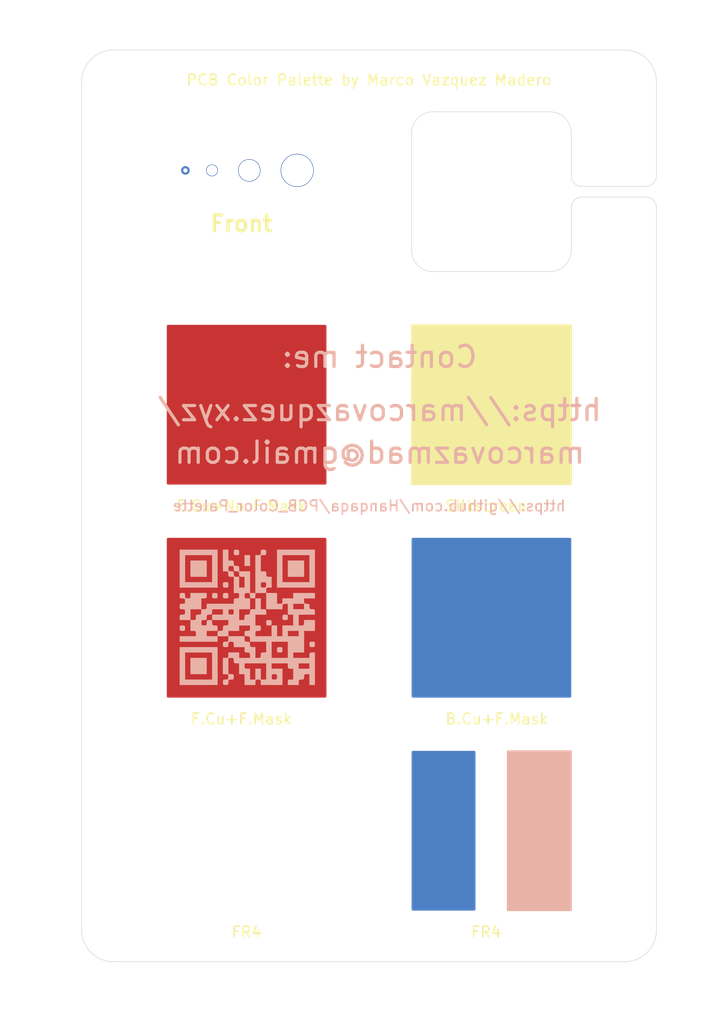
<source format=kicad_pcb>
(kicad_pcb (version 20171130) (host pcbnew "(5.1.9)-1")

  (general
    (thickness 1.6)
    (drawings 91)
    (tracks 4)
    (zones 0)
    (modules 1)
    (nets 1)
  )

  (page A4)
  (layers
    (0 F.Cu signal)
    (31 B.Cu signal)
    (32 B.Adhes user)
    (33 F.Adhes user)
    (34 B.Paste user)
    (35 F.Paste user)
    (36 B.SilkS user)
    (37 F.SilkS user)
    (38 B.Mask user)
    (39 F.Mask user)
    (40 Dwgs.User user)
    (41 Cmts.User user)
    (42 Eco1.User user)
    (43 Eco2.User user)
    (44 Edge.Cuts user)
    (45 Margin user)
    (46 B.CrtYd user)
    (47 F.CrtYd user)
    (48 B.Fab user)
    (49 F.Fab user)
  )

  (setup
    (last_trace_width 0.25)
    (trace_clearance 0.2)
    (zone_clearance 0.508)
    (zone_45_only no)
    (trace_min 0.2)
    (via_size 0.8)
    (via_drill 0.4)
    (via_min_size 0.4)
    (via_min_drill 0.3)
    (user_via 1.1 1)
    (user_via 2.1 2)
    (user_via 3.1 3)
    (uvia_size 0.3)
    (uvia_drill 0.1)
    (uvias_allowed no)
    (uvia_min_size 0.2)
    (uvia_min_drill 0.1)
    (edge_width 0.05)
    (segment_width 0.2)
    (pcb_text_width 0.3)
    (pcb_text_size 1.5 1.5)
    (mod_edge_width 0.12)
    (mod_text_size 1 1)
    (mod_text_width 0.15)
    (pad_size 1.524 1.524)
    (pad_drill 0.762)
    (pad_to_mask_clearance 0.05)
    (aux_axis_origin 0 0)
    (visible_elements 7FFFFFFF)
    (pcbplotparams
      (layerselection 0x010fc_ffffffff)
      (usegerberextensions false)
      (usegerberattributes true)
      (usegerberadvancedattributes true)
      (creategerberjobfile true)
      (excludeedgelayer true)
      (linewidth 0.100000)
      (plotframeref false)
      (viasonmask false)
      (mode 1)
      (useauxorigin false)
      (hpglpennumber 1)
      (hpglpenspeed 20)
      (hpglpendiameter 15.000000)
      (psnegative false)
      (psa4output false)
      (plotreference true)
      (plotvalue true)
      (plotinvisibletext false)
      (padsonsilk false)
      (subtractmaskfromsilk false)
      (outputformat 1)
      (mirror false)
      (drillshape 0)
      (scaleselection 1)
      (outputdirectory "Gerbers/"))
  )

  (net 0 "")

  (net_class Default "This is the default net class."
    (clearance 0.2)
    (trace_width 0.25)
    (via_dia 0.8)
    (via_drill 0.4)
    (uvia_dia 0.3)
    (uvia_drill 0.1)
  )

  (module QRCode:QRCode (layer B.Cu) (tedit 0) (tstamp 60EF1937)
    (at 115.6 109.5 270)
    (fp_text reference G*** (at 0 0 90) (layer B.SilkS) hide
      (effects (font (size 1.524 1.524) (thickness 0.3)) (justify mirror))
    )
    (fp_text value LOGO (at 0.75 0 90) (layer B.SilkS) hide
      (effects (font (size 1.524 1.524) (thickness 0.3)) (justify mirror))
    )
    (fp_poly (pts (xy -2.830285 -6.313715) (xy -6.386285 -6.313715) (xy -6.386285 -3.265715) (xy -5.878285 -3.265715)
      (xy -5.878285 -5.805715) (xy -3.338285 -5.805715) (xy -3.338285 -3.265715) (xy -5.878285 -3.265715)
      (xy -6.386285 -3.265715) (xy -6.386285 -2.757715) (xy -2.830285 -2.757715) (xy -2.830285 -6.313715)) (layer B.SilkS) (width 0.01))
    (fp_poly (pts (xy -2.322285 -1.741715) (xy -2.576285 -1.741715) (xy -2.746524 -1.752949) (xy -2.81634 -1.816331)
      (xy -2.830254 -1.976381) (xy -2.830285 -1.995715) (xy -2.830285 -2.249715) (xy -3.846285 -2.249715)
      (xy -3.846285 -1.995715) (xy -3.85752 -1.825476) (xy -3.920902 -1.75566) (xy -4.080952 -1.741746)
      (xy -4.100285 -1.741715) (xy -4.270524 -1.73048) (xy -4.34034 -1.667098) (xy -4.354254 -1.507048)
      (xy -4.354285 -1.487715) (xy -3.338285 -1.487715) (xy -3.327051 -1.657953) (xy -3.263669 -1.72777)
      (xy -3.103619 -1.741683) (xy -3.084285 -1.741715) (xy -2.914047 -1.73048) (xy -2.84423 -1.667098)
      (xy -2.830317 -1.507048) (xy -2.830285 -1.487715) (xy -2.84152 -1.317476) (xy -2.904902 -1.24766)
      (xy -3.064952 -1.233746) (xy -3.084285 -1.233715) (xy -3.254524 -1.244949) (xy -3.32434 -1.308331)
      (xy -3.338254 -1.468381) (xy -3.338285 -1.487715) (xy -4.354285 -1.487715) (xy -4.354285 -1.233715)
      (xy -5.878285 -1.233715) (xy -5.878285 -1.487715) (xy -5.88952 -1.657953) (xy -5.952902 -1.72777)
      (xy -6.112952 -1.741683) (xy -6.132285 -1.741715) (xy -6.302524 -1.73048) (xy -6.37234 -1.667098)
      (xy -6.386254 -1.507048) (xy -6.386285 -1.487715) (xy -6.375051 -1.317476) (xy -6.311669 -1.24766)
      (xy -6.151619 -1.233746) (xy -6.132285 -1.233715) (xy -5.962047 -1.22248) (xy -5.89223 -1.159098)
      (xy -5.878317 -0.999048) (xy -5.878285 -0.979715) (xy -5.878285 -0.725715) (xy -2.322285 -0.725715)
      (xy -2.322285 -1.741715)) (layer B.SilkS) (width 0.01))
    (fp_poly (pts (xy -1.814285 4.354285) (xy -1.814285 4.100285) (xy -1.82552 3.930047) (xy -1.888902 3.86023)
      (xy -2.048952 3.846317) (xy -2.068285 3.846285) (xy -2.322285 3.846285) (xy -2.322285 5.370285)
      (xy -2.068285 5.370285) (xy -1.898047 5.38152) (xy -1.82823 5.444902) (xy -1.814317 5.604952)
      (xy -1.814285 5.624285) (xy -1.82552 5.794524) (xy -1.888902 5.86434) (xy -2.048952 5.878254)
      (xy -2.068285 5.878285) (xy -2.238524 5.88952) (xy -2.30834 5.952902) (xy -2.322254 6.112952)
      (xy -2.322285 6.132285) (xy -2.311051 6.302524) (xy -2.247669 6.37234) (xy -2.087619 6.386254)
      (xy -2.068285 6.386285) (xy -1.898047 6.375051) (xy -1.82823 6.311669) (xy -1.814317 6.151619)
      (xy -1.814285 6.132285) (xy -1.803051 5.962047) (xy -1.739669 5.89223) (xy -1.579619 5.878317)
      (xy -1.560285 5.878285) (xy -1.390047 5.88952) (xy -1.32023 5.952902) (xy -1.306317 6.112952)
      (xy -1.306285 6.132285) (xy -1.295051 6.302524) (xy -1.231669 6.37234) (xy -1.071619 6.386254)
      (xy -1.052285 6.386285) (xy -0.882047 6.375051) (xy -0.81223 6.311669) (xy -0.798317 6.151619)
      (xy -0.798285 6.132285) (xy -0.787051 5.962047) (xy -0.723669 5.89223) (xy -0.563619 5.878317)
      (xy -0.544285 5.878285) (xy -0.374047 5.88952) (xy -0.30423 5.952902) (xy -0.290317 6.112952)
      (xy -0.290285 6.132285) (xy -0.279051 6.302524) (xy -0.215669 6.37234) (xy -0.055619 6.386254)
      (xy -0.036285 6.386285) (xy 0.217715 6.386285) (xy 0.217715 5.370285) (xy -0.798285 5.370285)
      (xy -0.798285 4.354285) (xy -1.814285 4.354285)) (layer B.SilkS) (width 0.01))
    (fp_poly (pts (xy -2.322285 -0.217715) (xy -4.354285 -0.217715) (xy -4.354285 0.798285) (xy -4.608285 0.798285)
      (xy -4.778524 0.80952) (xy -4.84834 0.872902) (xy -4.862254 1.032952) (xy -4.862285 1.052285)
      (xy -4.87352 1.222524) (xy -4.936902 1.29234) (xy -5.096952 1.306254) (xy -5.116285 1.306285)
      (xy -5.286524 1.31752) (xy -5.35634 1.380902) (xy -5.370254 1.540952) (xy -5.370285 1.560285)
      (xy -4.862285 1.560285) (xy -4.851051 1.390047) (xy -4.787669 1.32023) (xy -4.627619 1.306317)
      (xy -4.608285 1.306285) (xy -4.438047 1.295051) (xy -4.36823 1.231669) (xy -4.354317 1.071619)
      (xy -4.354285 1.052285) (xy -4.343051 0.882047) (xy -4.279669 0.81223) (xy -4.119619 0.798317)
      (xy -4.100285 0.798285) (xy -3.930047 0.787051) (xy -3.86023 0.723669) (xy -3.846317 0.563619)
      (xy -3.846285 0.544285) (xy -3.846285 0.290285) (xy -2.830285 0.290285) (xy -2.830285 0.798285)
      (xy -3.846285 0.798285) (xy -3.846285 1.052285) (xy -3.85752 1.222524) (xy -3.920902 1.29234)
      (xy -4.080952 1.306254) (xy -4.100285 1.306285) (xy -4.270524 1.31752) (xy -4.34034 1.380902)
      (xy -4.354254 1.540952) (xy -4.354285 1.560285) (xy -4.36552 1.730524) (xy -4.428902 1.80034)
      (xy -4.588952 1.814254) (xy -4.608285 1.814285) (xy -4.778524 1.803051) (xy -4.84834 1.739669)
      (xy -4.862254 1.579619) (xy -4.862285 1.560285) (xy -5.370285 1.560285) (xy -5.370285 1.814285)
      (xy -6.386285 1.814285) (xy -6.386285 2.322285) (xy -4.354285 2.322285) (xy -4.354285 2.068285)
      (xy -4.343051 1.898047) (xy -4.279669 1.82823) (xy -4.119619 1.814317) (xy -4.100285 1.814285)
      (xy -3.930047 1.803051) (xy -3.86023 1.739669) (xy -3.846317 1.579619) (xy -3.846285 1.560285)
      (xy -3.846285 1.306285) (xy -2.322285 1.306285) (xy -2.322285 1.052285) (xy -2.311051 0.882047)
      (xy -2.247669 0.81223) (xy -2.087619 0.798317) (xy -2.068285 0.798285) (xy -1.898047 0.80952)
      (xy -1.82823 0.872902) (xy -1.814317 1.032952) (xy -1.814285 1.052285) (xy -1.803051 1.222524)
      (xy -1.739669 1.29234) (xy -1.579619 1.306254) (xy -1.560285 1.306285) (xy -1.306285 1.306285)
      (xy -1.306285 1.560285) (xy -0.798285 1.560285) (xy -0.787051 1.390047) (xy -0.723669 1.32023)
      (xy -0.563619 1.306317) (xy -0.544285 1.306285) (xy -0.374047 1.31752) (xy -0.30423 1.380902)
      (xy -0.290317 1.540952) (xy -0.290285 1.560285) (xy -0.30152 1.730524) (xy -0.364902 1.80034)
      (xy -0.524952 1.814254) (xy -0.544285 1.814285) (xy -0.714524 1.803051) (xy -0.78434 1.739669)
      (xy -0.798254 1.579619) (xy -0.798285 1.560285) (xy -1.306285 1.560285) (xy -1.306285 3.338285)
      (xy -0.798285 3.338285) (xy -0.798285 2.322285) (xy -0.290285 2.322285) (xy -0.290285 3.338285)
      (xy 0.217715 3.338285) (xy 0.217715 1.814285) (xy 0.471715 1.814285) (xy 0.641953 1.82552)
      (xy 0.71177 1.888902) (xy 0.725683 2.048952) (xy 0.725715 2.068285) (xy 0.736949 2.238524)
      (xy 0.800331 2.30834) (xy 0.960381 2.322254) (xy 0.979715 2.322285) (xy 1.149953 2.33352)
      (xy 1.21977 2.396902) (xy 1.233683 2.556952) (xy 1.233715 2.576285) (xy 1.244949 2.746524)
      (xy 1.308331 2.81634) (xy 1.468381 2.830254) (xy 1.487715 2.830285) (xy 1.741715 2.830285)
      (xy 1.741715 3.846285) (xy 1.233715 3.846285) (xy 1.233715 2.830285) (xy 0.979715 2.830285)
      (xy 0.809476 2.84152) (xy 0.73966 2.904902) (xy 0.725746 3.064952) (xy 0.725715 3.084285)
      (xy 0.71448 3.254524) (xy 0.651098 3.32434) (xy 0.491048 3.338254) (xy 0.471715 3.338285)
      (xy 0.301476 3.34952) (xy 0.23166 3.412902) (xy 0.217746 3.572952) (xy 0.217715 3.592285)
      (xy 0.228949 3.762524) (xy 0.292331 3.83234) (xy 0.452381 3.846254) (xy 0.471715 3.846285)
      (xy 0.641953 3.85752) (xy 0.71177 3.920902) (xy 0.725683 4.080952) (xy 0.725715 4.100285)
      (xy 0.71448 4.270524) (xy 0.651098 4.34034) (xy 0.491048 4.354254) (xy 0.471715 4.354285)
      (xy 0.301476 4.343051) (xy 0.23166 4.279669) (xy 0.217746 4.119619) (xy 0.217715 4.100285)
      (xy 0.20648 3.930047) (xy 0.143098 3.86023) (xy -0.016952 3.846317) (xy -0.036285 3.846285)
      (xy -0.206524 3.835051) (xy -0.27634 3.771669) (xy -0.290254 3.611619) (xy -0.290285 3.592285)
      (xy -0.30152 3.422047) (xy -0.364902 3.35223) (xy -0.524952 3.338317) (xy -0.544285 3.338285)
      (xy -0.798285 3.338285) (xy -1.306285 3.338285) (xy -1.306285 3.846285) (xy -1.052285 3.846285)
      (xy -0.882047 3.85752) (xy -0.81223 3.920902) (xy -0.798317 4.080952) (xy -0.798285 4.100285)
      (xy -0.798285 4.354285) (xy -0.544285 4.354285) (xy -0.374047 4.36552) (xy -0.30423 4.428902)
      (xy -0.290317 4.588952) (xy -0.290285 4.608285) (xy -0.279051 4.778524) (xy -0.215669 4.84834)
      (xy -0.055619 4.862254) (xy -0.036285 4.862285) (xy 0.133953 4.87352) (xy 0.20377 4.936902)
      (xy 0.217683 5.096952) (xy 0.217715 5.116285) (xy 0.217715 5.370285) (xy 1.233715 5.370285)
      (xy 1.233715 5.116285) (xy 1.244949 4.946047) (xy 1.308331 4.87623) (xy 1.468381 4.862317)
      (xy 1.487715 4.862285) (xy 1.741715 4.862285) (xy 1.741715 6.386285) (xy 2.249715 6.386285)
      (xy 2.249715 2.830285) (xy 1.741715 2.830285) (xy 1.741715 1.814285) (xy 1.995715 1.814285)
      (xy 2.165953 1.82552) (xy 2.23577 1.888902) (xy 2.249683 2.048952) (xy 2.249715 2.068285)
      (xy 2.260949 2.238524) (xy 2.324331 2.30834) (xy 2.484381 2.322254) (xy 2.503715 2.322285)
      (xy 2.673953 2.311051) (xy 2.74377 2.247669) (xy 2.757683 2.087619) (xy 2.757715 2.068285)
      (xy 2.74648 1.898047) (xy 2.683098 1.82823) (xy 2.523048 1.814317) (xy 2.503715 1.814285)
      (xy 2.333476 1.803051) (xy 2.26366 1.739669) (xy 2.249746 1.579619) (xy 2.249715 1.560285)
      (xy 2.260949 1.390047) (xy 2.324331 1.32023) (xy 2.484381 1.306317) (xy 2.503715 1.306285)
      (xy 2.757715 1.306285) (xy 2.757715 0.290285) (xy 3.011715 0.290285) (xy 3.181953 0.279051)
      (xy 3.25177 0.215669) (xy 3.265683 0.055619) (xy 3.265715 0.036285) (xy 3.276949 -0.133953)
      (xy 3.340331 -0.20377) (xy 3.500381 -0.217683) (xy 3.519715 -0.217715) (xy 3.773715 -0.217715)
      (xy 3.773715 0.290285) (xy 4.281715 0.290285) (xy 4.281715 -1.741715) (xy 5.805715 -1.741715)
      (xy 5.805715 -1.233715) (xy 4.789715 -1.233715) (xy 4.789715 -0.725715) (xy 5.805715 -0.725715)
      (xy 5.805715 -0.217715) (xy 4.789715 -0.217715) (xy 4.789715 0.036285) (xy 4.77848 0.206524)
      (xy 4.715098 0.27634) (xy 4.555048 0.290254) (xy 4.535715 0.290285) (xy 4.281715 0.290285)
      (xy 3.773715 0.290285) (xy 3.773715 0.798285) (xy 3.265715 0.798285) (xy 3.265715 1.814285)
      (xy 3.519715 1.814285) (xy 3.689953 1.82552) (xy 3.75977 1.888902) (xy 3.773683 2.048952)
      (xy 3.773715 2.068285) (xy 3.773715 2.322285) (xy 5.297715 2.322285) (xy 5.297715 2.068285)
      (xy 5.308949 1.898047) (xy 5.372331 1.82823) (xy 5.532381 1.814317) (xy 5.551715 1.814285)
      (xy 5.721953 1.82552) (xy 5.79177 1.888902) (xy 5.805683 2.048952) (xy 5.805715 2.068285)
      (xy 5.816949 2.238524) (xy 5.880331 2.30834) (xy 6.040381 2.322254) (xy 6.059715 2.322285)
      (xy 6.229953 2.311051) (xy 6.29977 2.247669) (xy 6.313683 2.087619) (xy 6.313715 2.068285)
      (xy 6.30248 1.898047) (xy 6.239098 1.82823) (xy 6.079048 1.814317) (xy 6.059715 1.814285)
      (xy 5.889476 1.803051) (xy 5.81966 1.739669) (xy 5.805746 1.579619) (xy 5.805715 1.560285)
      (xy 5.79448 1.390047) (xy 5.731098 1.32023) (xy 5.571048 1.306317) (xy 5.551715 1.306285)
      (xy 5.381476 1.31752) (xy 5.31166 1.380902) (xy 5.297746 1.540952) (xy 5.297715 1.560285)
      (xy 5.297715 1.814285) (xy 3.773715 1.814285) (xy 3.773715 1.560285) (xy 3.784949 1.390047)
      (xy 3.848331 1.32023) (xy 4.008381 1.306317) (xy 4.027715 1.306285) (xy 4.197953 1.295051)
      (xy 4.26777 1.231669) (xy 4.281683 1.071619) (xy 4.281715 1.052285) (xy 4.281715 0.798285)
      (xy 5.297715 0.798285) (xy 5.297715 0.290285) (xy 6.313715 0.290285) (xy 6.313715 -0.725715)
      (xy 6.059715 -0.725715) (xy 5.889476 -0.736949) (xy 5.81966 -0.800331) (xy 5.805746 -0.960381)
      (xy 5.805715 -0.979715) (xy 5.816949 -1.149953) (xy 5.880331 -1.21977) (xy 6.040381 -1.233683)
      (xy 6.059715 -1.233715) (xy 6.313715 -1.233715) (xy 6.313715 -3.265715) (xy 4.789715 -3.265715)
      (xy 4.789715 -2.503715) (xy 5.297715 -2.503715) (xy 5.308949 -2.673953) (xy 5.372331 -2.74377)
      (xy 5.532381 -2.757683) (xy 5.551715 -2.757715) (xy 5.721953 -2.74648) (xy 5.79177 -2.683098)
      (xy 5.805683 -2.523048) (xy 5.805715 -2.503715) (xy 5.79448 -2.333476) (xy 5.731098 -2.26366)
      (xy 5.571048 -2.249746) (xy 5.551715 -2.249715) (xy 5.381476 -2.260949) (xy 5.31166 -2.324331)
      (xy 5.297746 -2.484381) (xy 5.297715 -2.503715) (xy 4.789715 -2.503715) (xy 4.789715 -2.249715)
      (xy 4.281715 -2.249715) (xy 4.281715 -3.773715) (xy 4.535715 -3.773715) (xy 4.705953 -3.784949)
      (xy 4.77577 -3.848331) (xy 4.789683 -4.008381) (xy 4.789715 -4.027715) (xy 4.789715 -4.281715)
      (xy 5.805715 -4.281715) (xy 5.805715 -4.027715) (xy 5.816949 -3.857476) (xy 5.880331 -3.78766)
      (xy 6.040381 -3.773746) (xy 6.059715 -3.773715) (xy 6.313715 -3.773715) (xy 6.313715 -4.789715)
      (xy 6.059715 -4.789715) (xy 5.889476 -4.800949) (xy 5.81966 -4.864331) (xy 5.805746 -5.024381)
      (xy 5.805715 -5.043715) (xy 5.79448 -5.213953) (xy 5.731098 -5.28377) (xy 5.571048 -5.297683)
      (xy 5.551715 -5.297715) (xy 5.381476 -5.308949) (xy 5.31166 -5.372331) (xy 5.297746 -5.532381)
      (xy 5.297715 -5.551715) (xy 5.297715 -5.805715) (xy 6.313715 -5.805715) (xy 6.313715 -6.313715)
      (xy 3.265715 -6.313715) (xy 3.265715 -6.059715) (xy 3.276949 -5.889476) (xy 3.340331 -5.81966)
      (xy 3.500381 -5.805746) (xy 3.519715 -5.805715) (xy 3.773715 -5.805715) (xy 3.773715 -4.789715)
      (xy 4.281715 -4.789715) (xy 4.281715 -5.805715) (xy 4.789715 -5.805715) (xy 4.789715 -4.789715)
      (xy 4.281715 -4.789715) (xy 3.773715 -4.789715) (xy 3.773715 -4.281715) (xy 3.265715 -4.281715)
      (xy 3.265715 -5.297715) (xy 1.233715 -5.297715) (xy 1.233715 -6.313715) (xy 0.217715 -6.313715)
      (xy 0.217715 -5.297715) (xy 0.471715 -5.297715) (xy 0.641953 -5.28648) (xy 0.71177 -5.223098)
      (xy 0.725683 -5.063048) (xy 0.725715 -5.043715) (xy 0.725715 -4.789715) (xy -0.290285 -4.789715)
      (xy -0.290285 -6.313715) (xy -0.544285 -6.313715) (xy -0.714524 -6.30248) (xy -0.78434 -6.239098)
      (xy -0.798254 -6.079048) (xy -0.798285 -6.059715) (xy -0.80952 -5.889476) (xy -0.872902 -5.81966)
      (xy -1.032952 -5.805746) (xy -1.052285 -5.805715) (xy -1.222524 -5.79448) (xy -1.29234 -5.731098)
      (xy -1.306254 -5.571048) (xy -1.306285 -5.551715) (xy -1.31752 -5.381476) (xy -1.380902 -5.31166)
      (xy -1.540952 -5.297746) (xy -1.560285 -5.297715) (xy -1.814285 -5.297715) (xy -1.814285 -6.313715)
      (xy -2.322285 -6.313715) (xy -2.322285 -4.281715) (xy -1.814285 -4.281715) (xy -1.306285 -4.281715)
      (xy -1.306285 -5.297715) (xy -0.798285 -5.297715) (xy -0.798285 -4.281715) (xy -1.306285 -4.281715)
      (xy -1.814285 -4.281715) (xy -1.814285 -3.265715) (xy -1.560285 -3.265715) (xy -1.390047 -3.25448)
      (xy -1.32023 -3.191098) (xy -1.306317 -3.031048) (xy -1.306285 -3.011715) (xy -1.306285 -2.757715)
      (xy -2.322285 -2.757715) (xy -2.322285 -1.741715) (xy -0.798285 -1.741715) (xy -0.798285 -3.265715)
      (xy -1.052285 -3.265715) (xy -1.222524 -3.276949) (xy -1.29234 -3.340331) (xy -1.306254 -3.500381)
      (xy -1.306285 -3.519715) (xy -1.306285 -3.773715) (xy -0.290285 -3.773715) (xy -0.290285 -4.281715)
      (xy 0.725715 -4.281715) (xy 0.725715 -3.773715) (xy 1.233715 -3.773715) (xy 1.233715 -4.789715)
      (xy 1.741715 -4.789715) (xy 1.741715 -3.773715) (xy 1.233715 -3.773715) (xy 0.725715 -3.773715)
      (xy 0.725715 -3.265715) (xy 1.741715 -3.265715) (xy 1.741715 -2.757715) (xy 0.725715 -2.757715)
      (xy 0.725715 -2.249715) (xy 1.741715 -2.249715) (xy 2.249715 -2.249715) (xy 2.249715 -3.773715)
      (xy 3.773715 -3.773715) (xy 3.773715 -2.249715) (xy 2.249715 -2.249715) (xy 1.741715 -2.249715)
      (xy 1.741715 -0.725715) (xy 1.487715 -0.725715) (xy 1.317476 -0.736949) (xy 1.24766 -0.800331)
      (xy 1.233746 -0.960381) (xy 1.233715 -0.979715) (xy 1.22248 -1.149953) (xy 1.159098 -1.21977)
      (xy 0.999048 -1.233683) (xy 0.979715 -1.233715) (xy 0.809476 -1.22248) (xy 0.73966 -1.159098)
      (xy 0.725746 -0.999048) (xy 0.725715 -0.979715) (xy 0.725715 -0.725715) (xy -0.290285 -0.725715)
      (xy -0.290285 -1.741715) (xy -0.544285 -1.741715) (xy -0.714524 -1.73048) (xy -0.78434 -1.667098)
      (xy -0.798254 -1.507048) (xy -0.798285 -1.487715) (xy -0.798285 -1.233715) (xy -1.814285 -1.233715)
      (xy -1.814285 -0.725715) (xy -0.798285 -0.725715) (xy -0.798285 -0.471715) (xy -0.787051 -0.301476)
      (xy -0.723669 -0.23166) (xy -0.563619 -0.217746) (xy -0.544285 -0.217715) (xy -0.374047 -0.20648)
      (xy -0.30423 -0.143098) (xy -0.290317 0.016952) (xy -0.290285 0.036285) (xy -0.279051 0.206524)
      (xy -0.215669 0.27634) (xy -0.055619 0.290254) (xy -0.036285 0.290285) (xy 0.133953 0.30152)
      (xy 0.20377 0.364902) (xy 0.217683 0.524952) (xy 0.217715 0.544285) (xy 0.217715 0.798285)
      (xy 0.725715 0.798285) (xy 0.725715 -0.217715) (xy 0.979715 -0.217715) (xy 1.149953 -0.20648)
      (xy 1.21977 -0.143098) (xy 1.233683 0.016952) (xy 1.233715 0.036285) (xy 1.244949 0.206524)
      (xy 1.308331 0.27634) (xy 1.468381 0.290254) (xy 1.487715 0.290285) (xy 1.657953 0.279051)
      (xy 1.72777 0.215669) (xy 1.741683 0.055619) (xy 1.741715 0.036285) (xy 1.752949 -0.133953)
      (xy 1.816331 -0.20377) (xy 1.976381 -0.217683) (xy 1.995715 -0.217715) (xy 2.249715 -0.217715)
      (xy 2.249715 -1.741715) (xy 3.265715 -1.741715) (xy 3.265715 -1.487715) (xy 3.276949 -1.317476)
      (xy 3.340331 -1.24766) (xy 3.500381 -1.233746) (xy 3.519715 -1.233715) (xy 3.689953 -1.22248)
      (xy 3.75977 -1.159098) (xy 3.773683 -0.999048) (xy 3.773715 -0.979715) (xy 3.773715 -0.725715)
      (xy 2.757715 -0.725715) (xy 2.757715 -0.471715) (xy 2.74648 -0.301476) (xy 2.683098 -0.23166)
      (xy 2.523048 -0.217746) (xy 2.503715 -0.217715) (xy 2.333476 -0.20648) (xy 2.26366 -0.143098)
      (xy 2.249746 0.016952) (xy 2.249715 0.036285) (xy 2.23848 0.206524) (xy 2.175098 0.27634)
      (xy 2.015048 0.290254) (xy 1.995715 0.290285) (xy 1.741715 0.290285) (xy 1.741715 1.814285)
      (xy 1.233715 1.814285) (xy 1.233715 0.798285) (xy 0.725715 0.798285) (xy 0.217715 0.798285)
      (xy -0.798285 0.798285) (xy -0.798285 -0.217715) (xy -1.814285 -0.217715) (xy -1.814285 0.036285)
      (xy -1.82552 0.206524) (xy -1.888902 0.27634) (xy -2.048952 0.290254) (xy -2.068285 0.290285)
      (xy -2.238524 0.279051) (xy -2.30834 0.215669) (xy -2.322254 0.055619) (xy -2.322285 0.036285)
      (xy -2.311051 -0.133953) (xy -2.247669 -0.20377) (xy -2.087619 -0.217683) (xy -2.068285 -0.217715)
      (xy -1.898047 -0.228949) (xy -1.82823 -0.292331) (xy -1.814317 -0.452381) (xy -1.814285 -0.471715)
      (xy -1.82552 -0.641953) (xy -1.888902 -0.71177) (xy -2.048952 -0.725683) (xy -2.068285 -0.725715)
      (xy -2.322285 -0.725715) (xy -2.322285 -0.217715)) (layer B.SilkS) (width 0.01))
    (fp_poly (pts (xy 2.673953 -5.816949) (xy 2.74377 -5.880331) (xy 2.757683 -6.040381) (xy 2.757715 -6.059715)
      (xy 2.74648 -6.229953) (xy 2.683098 -6.29977) (xy 2.523048 -6.313683) (xy 2.503715 -6.313715)
      (xy 2.333476 -6.30248) (xy 2.26366 -6.239098) (xy 2.249746 -6.079048) (xy 2.249715 -6.059715)
      (xy 2.260949 -5.889476) (xy 2.324331 -5.81966) (xy 2.484381 -5.805746) (xy 2.503715 -5.805715)
      (xy 2.673953 -5.816949)) (layer B.SilkS) (width 0.01))
    (fp_poly (pts (xy -4.862285 -0.217715) (xy -5.878285 -0.217715) (xy -5.878285 0.290285) (xy -4.862285 0.290285)
      (xy -4.862285 -0.217715)) (layer B.SilkS) (width 0.01))
    (fp_poly (pts (xy -5.962047 1.295051) (xy -5.89223 1.231669) (xy -5.878317 1.071619) (xy -5.878285 1.052285)
      (xy -5.88952 0.882047) (xy -5.952902 0.81223) (xy -6.112952 0.798317) (xy -6.132285 0.798285)
      (xy -6.302524 0.80952) (xy -6.37234 0.872902) (xy -6.386254 1.032952) (xy -6.386285 1.052285)
      (xy -6.375051 1.222524) (xy -6.311669 1.29234) (xy -6.151619 1.306254) (xy -6.132285 1.306285)
      (xy -5.962047 1.295051)) (layer B.SilkS) (width 0.01))
    (fp_poly (pts (xy -2.914047 2.311051) (xy -2.84423 2.247669) (xy -2.830317 2.087619) (xy -2.830285 2.068285)
      (xy -2.84152 1.898047) (xy -2.904902 1.82823) (xy -3.064952 1.814317) (xy -3.084285 1.814285)
      (xy -3.254524 1.82552) (xy -3.32434 1.888902) (xy -3.338254 2.048952) (xy -3.338285 2.068285)
      (xy -3.327051 2.238524) (xy -3.263669 2.30834) (xy -3.103619 2.322254) (xy -3.084285 2.322285)
      (xy -2.914047 2.311051)) (layer B.SilkS) (width 0.01))
    (fp_poly (pts (xy -1.898047 2.311051) (xy -1.82823 2.247669) (xy -1.814317 2.087619) (xy -1.814285 2.068285)
      (xy -1.82552 1.898047) (xy -1.888902 1.82823) (xy -2.048952 1.814317) (xy -2.068285 1.814285)
      (xy -2.238524 1.82552) (xy -2.30834 1.888902) (xy -2.322254 2.048952) (xy -2.322285 2.068285)
      (xy -2.311051 2.238524) (xy -2.247669 2.30834) (xy -2.087619 2.322254) (xy -2.068285 2.322285)
      (xy -1.898047 2.311051)) (layer B.SilkS) (width 0.01))
    (fp_poly (pts (xy -2.830285 2.830285) (xy -6.386285 2.830285) (xy -6.386285 5.878285) (xy -5.878285 5.878285)
      (xy -5.878285 3.338285) (xy -3.338285 3.338285) (xy -3.338285 5.878285) (xy -5.878285 5.878285)
      (xy -6.386285 5.878285) (xy -6.386285 6.386285) (xy -2.830285 6.386285) (xy -2.830285 2.830285)) (layer B.SilkS) (width 0.01))
    (fp_poly (pts (xy -1.898047 3.327051) (xy -1.82823 3.263669) (xy -1.814317 3.103619) (xy -1.814285 3.084285)
      (xy -1.82552 2.914047) (xy -1.888902 2.84423) (xy -2.048952 2.830317) (xy -2.068285 2.830285)
      (xy -2.238524 2.84152) (xy -2.30834 2.904902) (xy -2.322254 3.064952) (xy -2.322285 3.084285)
      (xy -2.311051 3.254524) (xy -2.247669 3.32434) (xy -2.087619 3.338254) (xy -2.068285 3.338285)
      (xy -1.898047 3.327051)) (layer B.SilkS) (width 0.01))
    (fp_poly (pts (xy 6.313715 2.830285) (xy 2.757715 2.830285) (xy 2.757715 5.878285) (xy 3.265715 5.878285)
      (xy 3.265715 3.338285) (xy 5.805715 3.338285) (xy 5.805715 5.878285) (xy 3.265715 5.878285)
      (xy 2.757715 5.878285) (xy 2.757715 6.386285) (xy 6.313715 6.386285) (xy 6.313715 2.830285)) (layer B.SilkS) (width 0.01))
    (fp_poly (pts (xy 1.149953 6.375051) (xy 1.21977 6.311669) (xy 1.233683 6.151619) (xy 1.233715 6.132285)
      (xy 1.22248 5.962047) (xy 1.159098 5.89223) (xy 0.999048 5.878317) (xy 0.979715 5.878285)
      (xy 0.809476 5.88952) (xy 0.73966 5.952902) (xy 0.725746 6.112952) (xy 0.725715 6.132285)
      (xy 0.736949 6.302524) (xy 0.800331 6.37234) (xy 0.960381 6.386254) (xy 0.979715 6.386285)
      (xy 1.149953 6.375051)) (layer B.SilkS) (width 0.01))
    (fp_poly (pts (xy -3.846285 -5.297715) (xy -5.370285 -5.297715) (xy -5.370285 -3.773715) (xy -3.846285 -3.773715)
      (xy -3.846285 -5.297715)) (layer B.SilkS) (width 0.01))
    (fp_poly (pts (xy 0.133953 -3.276949) (xy 0.20377 -3.340331) (xy 0.217683 -3.500381) (xy 0.217715 -3.519715)
      (xy 0.20648 -3.689953) (xy 0.143098 -3.75977) (xy -0.016952 -3.773683) (xy -0.036285 -3.773715)
      (xy -0.206524 -3.76248) (xy -0.27634 -3.699098) (xy -0.290254 -3.539048) (xy -0.290285 -3.519715)
      (xy -0.279051 -3.349476) (xy -0.215669 -3.27966) (xy -0.055619 -3.265746) (xy -0.036285 -3.265715)
      (xy 0.133953 -3.276949)) (layer B.SilkS) (width 0.01))
    (fp_poly (pts (xy 0.641953 -1.752949) (xy 0.71177 -1.816331) (xy 0.725683 -1.976381) (xy 0.725715 -1.995715)
      (xy 0.71448 -2.165953) (xy 0.651098 -2.23577) (xy 0.491048 -2.249683) (xy 0.471715 -2.249715)
      (xy 0.301476 -2.23848) (xy 0.23166 -2.175098) (xy 0.217746 -2.015048) (xy 0.217715 -1.995715)
      (xy 0.228949 -1.825476) (xy 0.292331 -1.75566) (xy 0.452381 -1.741746) (xy 0.471715 -1.741715)
      (xy 0.641953 -1.752949)) (layer B.SilkS) (width 0.01))
    (fp_poly (pts (xy 3.181953 -2.768949) (xy 3.25177 -2.832331) (xy 3.265683 -2.992381) (xy 3.265715 -3.011715)
      (xy 3.25448 -3.181953) (xy 3.191098 -3.25177) (xy 3.031048 -3.265683) (xy 3.011715 -3.265715)
      (xy 2.841476 -3.25448) (xy 2.77166 -3.191098) (xy 2.757746 -3.031048) (xy 2.757715 -3.011715)
      (xy 2.768949 -2.841476) (xy 2.832331 -2.77166) (xy 2.992381 -2.757746) (xy 3.011715 -2.757715)
      (xy 3.181953 -2.768949)) (layer B.SilkS) (width 0.01))
    (fp_poly (pts (xy -3.846285 3.846285) (xy -5.370285 3.846285) (xy -5.370285 5.370285) (xy -3.846285 5.370285)
      (xy -3.846285 3.846285)) (layer B.SilkS) (width 0.01))
    (fp_poly (pts (xy 5.297715 3.846285) (xy 3.773715 3.846285) (xy 3.773715 5.370285) (xy 5.297715 5.370285)
      (xy 5.297715 3.846285)) (layer B.SilkS) (width 0.01))
  )

  (gr_text Front (at 115 72.5) (layer F.SilkS)
    (effects (font (size 1.5 1.5) (thickness 0.3)))
  )
  (gr_poly (pts (xy 146 137) (xy 140 137) (xy 140 122) (xy 146 122)) (layer B.SilkS) (width 0.1))
  (gr_poly (pts (xy 146 137) (xy 140 137) (xy 140 122) (xy 146 122)) (layer F.Mask) (width 0.1))
  (gr_poly (pts (xy 137 137) (xy 131 137) (xy 131 122) (xy 137 122)) (layer F.Mask) (width 0.1))
  (dimension 6 (width 0.15) (layer Dwgs.User)
    (gr_text "6.000 mm" (at 143 145.3) (layer Dwgs.User)
      (effects (font (size 1 1) (thickness 0.15)))
    )
    (feature1 (pts (xy 146 137) (xy 146 144.586421)))
    (feature2 (pts (xy 140 137) (xy 140 144.586421)))
    (crossbar (pts (xy 140 144) (xy 146 144)))
    (arrow1a (pts (xy 146 144) (xy 144.873496 144.586421)))
    (arrow1b (pts (xy 146 144) (xy 144.873496 143.413579)))
    (arrow2a (pts (xy 140 144) (xy 141.126504 144.586421)))
    (arrow2b (pts (xy 140 144) (xy 141.126504 143.413579)))
  )
  (dimension 3 (width 0.15) (layer Dwgs.User)
    (gr_text "3.000 mm" (at 138.5 145.3) (layer Dwgs.User)
      (effects (font (size 1 1) (thickness 0.15)))
    )
    (feature1 (pts (xy 140 137) (xy 140 144.586421)))
    (feature2 (pts (xy 137 137) (xy 137 144.586421)))
    (crossbar (pts (xy 137 144) (xy 140 144)))
    (arrow1a (pts (xy 140 144) (xy 138.873496 144.586421)))
    (arrow1b (pts (xy 140 144) (xy 138.873496 143.413579)))
    (arrow2a (pts (xy 137 144) (xy 138.126504 144.586421)))
    (arrow2b (pts (xy 137 144) (xy 138.126504 143.413579)))
  )
  (dimension 6 (width 0.15) (layer Dwgs.User)
    (gr_text "6.000 mm" (at 134 145.3) (layer Dwgs.User)
      (effects (font (size 1 1) (thickness 0.15)))
    )
    (feature1 (pts (xy 137 137) (xy 137 144.586421)))
    (feature2 (pts (xy 131 137) (xy 131 144.586421)))
    (crossbar (pts (xy 131 144) (xy 137 144)))
    (arrow1a (pts (xy 137 144) (xy 135.873496 144.586421)))
    (arrow1b (pts (xy 137 144) (xy 135.873496 143.413579)))
    (arrow2a (pts (xy 131 144) (xy 132.126504 144.586421)))
    (arrow2b (pts (xy 131 144) (xy 132.126504 143.413579)))
  )
  (gr_poly (pts (xy 123 137) (xy 117 137) (xy 117 122) (xy 123 122)) (layer F.Mask) (width 0.1))
  (gr_poly (pts (xy 114 137) (xy 108 137) (xy 108 122) (xy 114 122)) (layer B.Mask) (width 0.1))
  (gr_poly (pts (xy 114 137) (xy 108 137) (xy 108 122) (xy 114 122)) (layer F.Mask) (width 0.1))
  (dimension 6 (width 0.15) (layer Dwgs.User)
    (gr_text "6.000 mm" (at 120 145.3) (layer Dwgs.User)
      (effects (font (size 1 1) (thickness 0.15)))
    )
    (feature1 (pts (xy 123 137) (xy 123 144.586421)))
    (feature2 (pts (xy 117 137) (xy 117 144.586421)))
    (crossbar (pts (xy 117 144) (xy 123 144)))
    (arrow1a (pts (xy 123 144) (xy 121.873496 144.586421)))
    (arrow1b (pts (xy 123 144) (xy 121.873496 143.413579)))
    (arrow2a (pts (xy 117 144) (xy 118.126504 144.586421)))
    (arrow2b (pts (xy 117 144) (xy 118.126504 143.413579)))
  )
  (dimension 3 (width 0.15) (layer Dwgs.User)
    (gr_text "3.000 mm" (at 115.5 145.3) (layer Dwgs.User)
      (effects (font (size 1 1) (thickness 0.15)))
    )
    (feature1 (pts (xy 117 137) (xy 117 144.586421)))
    (feature2 (pts (xy 114 137) (xy 114 144.586421)))
    (crossbar (pts (xy 114 144) (xy 117 144)))
    (arrow1a (pts (xy 117 144) (xy 115.873496 144.586421)))
    (arrow1b (pts (xy 117 144) (xy 115.873496 143.413579)))
    (arrow2a (pts (xy 114 144) (xy 115.126504 144.586421)))
    (arrow2b (pts (xy 114 144) (xy 115.126504 143.413579)))
  )
  (dimension 6 (width 0.15) (layer Dwgs.User)
    (gr_text "6.000 mm" (at 111 145.3) (layer Dwgs.User)
      (effects (font (size 1 1) (thickness 0.15)))
    )
    (feature1 (pts (xy 114 137) (xy 114 144.586421)))
    (feature2 (pts (xy 108 137) (xy 108 144.586421)))
    (crossbar (pts (xy 108 144) (xy 114 144)))
    (arrow1a (pts (xy 114 144) (xy 112.873496 144.586421)))
    (arrow1b (pts (xy 114 144) (xy 112.873496 143.413579)))
    (arrow2a (pts (xy 108 144) (xy 109.126504 144.586421)))
    (arrow2b (pts (xy 108 144) (xy 109.126504 143.413579)))
  )
  (dimension 38 (width 0.15) (layer Dwgs.User)
    (gr_text "38.000 mm" (at 127 148.3) (layer Dwgs.User)
      (effects (font (size 1 1) (thickness 0.15)))
    )
    (feature1 (pts (xy 146 137) (xy 146 147.586421)))
    (feature2 (pts (xy 108 137) (xy 108 147.586421)))
    (crossbar (pts (xy 108 147) (xy 146 147)))
    (arrow1a (pts (xy 146 147) (xy 144.873496 147.586421)))
    (arrow1b (pts (xy 146 147) (xy 144.873496 146.413579)))
    (arrow2a (pts (xy 108 147) (xy 109.126504 147.586421)))
    (arrow2b (pts (xy 108 147) (xy 109.126504 146.413579)))
  )
  (gr_text "FR4\n" (at 115.5 139) (layer F.SilkS)
    (effects (font (size 1 1) (thickness 0.15)))
  )
  (gr_line (start 100 59.2) (end 100 138.8) (layer Edge.Cuts) (width 0.05) (tstamp 610F1280))
  (gr_line (start 154 71) (end 154 138.8) (layer Edge.Cuts) (width 0.05) (tstamp 610F1273))
  (gr_line (start 154 68) (end 154 59.2) (layer Edge.Cuts) (width 0.05) (tstamp 610F126C))
  (gr_arc (start 153 68) (end 153 69) (angle -90) (layer Edge.Cuts) (width 0.05))
  (gr_line (start 147 69) (end 153 69) (layer Edge.Cuts) (width 0.05))
  (gr_line (start 147 70) (end 153 70) (layer Edge.Cuts) (width 0.05) (tstamp 610F1256))
  (gr_line (start 146 71) (end 146 75) (layer Edge.Cuts) (width 0.05) (tstamp 610F1251))
  (gr_line (start 146 64) (end 146 68) (layer Edge.Cuts) (width 0.05) (tstamp 610F124B))
  (gr_arc (start 147 71) (end 147 70) (angle -90) (layer Edge.Cuts) (width 0.05))
  (gr_arc (start 147 68) (end 146 68) (angle -90) (layer Edge.Cuts) (width 0.05))
  (gr_arc (start 153 71) (end 154 71) (angle -90) (layer Edge.Cuts) (width 0.05))
  (gr_line (start 131 64) (end 131 75) (layer Edge.Cuts) (width 0.05) (tstamp 610F11A7))
  (dimension 15 (width 0.15) (layer Dwgs.User)
    (gr_text "15.000 mm" (at 138.5 60.2) (layer Dwgs.User)
      (effects (font (size 1 1) (thickness 0.15)))
    )
    (feature1 (pts (xy 146 62) (xy 146 60.913579)))
    (feature2 (pts (xy 131 62) (xy 131 60.913579)))
    (crossbar (pts (xy 131 61.5) (xy 146 61.5)))
    (arrow1a (pts (xy 146 61.5) (xy 144.873496 62.086421)))
    (arrow1b (pts (xy 146 61.5) (xy 144.873496 60.913579)))
    (arrow2a (pts (xy 131 61.5) (xy 132.126504 62.086421)))
    (arrow2b (pts (xy 131 61.5) (xy 132.126504 60.913579)))
  )
  (dimension 85.6 (width 0.15) (layer Dwgs.User)
    (gr_text "85.600 mm" (at 96 99 90) (layer Dwgs.User)
      (effects (font (size 1 1) (thickness 0.15)))
    )
    (feature1 (pts (xy 100 56.2) (xy 96.713579 56.2)))
    (feature2 (pts (xy 100 141.8) (xy 96.713579 141.8)))
    (crossbar (pts (xy 97.3 141.8) (xy 97.3 56.2)))
    (arrow1a (pts (xy 97.3 56.2) (xy 97.886421 57.326504)))
    (arrow1b (pts (xy 97.3 56.2) (xy 96.713579 57.326504)))
    (arrow2a (pts (xy 97.3 141.8) (xy 97.886421 140.673496)))
    (arrow2b (pts (xy 97.3 141.8) (xy 96.713579 140.673496)))
  )
  (dimension 54 (width 0.15) (layer Dwgs.User)
    (gr_text "54.000 mm" (at 127 52.2) (layer Dwgs.User)
      (effects (font (size 1 1) (thickness 0.15)))
    )
    (feature1 (pts (xy 154 56.2) (xy 154 52.913579)))
    (feature2 (pts (xy 100 56.2) (xy 100 52.913579)))
    (crossbar (pts (xy 100 53.5) (xy 154 53.5)))
    (arrow1a (pts (xy 154 53.5) (xy 152.873496 54.086421)))
    (arrow1b (pts (xy 154 53.5) (xy 152.873496 52.913579)))
    (arrow2a (pts (xy 100 53.5) (xy 101.126504 54.086421)))
    (arrow2b (pts (xy 100 53.5) (xy 101.126504 52.913579)))
  )
  (gr_arc (start 103 138.8) (end 100 138.8) (angle -90) (layer Edge.Cuts) (width 0.05))
  (gr_arc (start 103 59.2) (end 103 56.2) (angle -90) (layer Edge.Cuts) (width 0.05))
  (gr_arc (start 151 138.8) (end 151 141.8) (angle -90) (layer Edge.Cuts) (width 0.05))
  (gr_arc (start 151 59.2) (end 154 59.2) (angle -90) (layer Edge.Cuts) (width 0.05))
  (gr_line (start 154 56.2) (end 154 141.8) (layer Dwgs.User) (width 0.15) (tstamp 60EF38FF))
  (gr_line (start 100 141.8) (end 100 56.2) (layer Dwgs.User) (width 0.15) (tstamp 60EF38F5))
  (dimension 15 (width 0.15) (layer Dwgs.User)
    (gr_text "15.000 mm" (at 150.3 69.5 270) (layer Dwgs.User)
      (effects (font (size 1 1) (thickness 0.15)))
    )
    (feature1 (pts (xy 146 77) (xy 149.586421 77)))
    (feature2 (pts (xy 146 62) (xy 149.586421 62)))
    (crossbar (pts (xy 149 62) (xy 149 77)))
    (arrow1a (pts (xy 149 77) (xy 148.413579 75.873496)))
    (arrow1b (pts (xy 149 77) (xy 149.586421 75.873496)))
    (arrow2a (pts (xy 149 62) (xy 148.413579 63.126504)))
    (arrow2b (pts (xy 149 62) (xy 149.586421 63.126504)))
  )
  (dimension 7.5 (width 0.15) (layer Dwgs.User)
    (gr_text "7.500 mm" (at 157.3 65.75 270) (layer Dwgs.User)
      (effects (font (size 1 1) (thickness 0.15)))
    )
    (feature1 (pts (xy 153.5 69.5) (xy 156.586421 69.5)))
    (feature2 (pts (xy 153.5 62) (xy 156.586421 62)))
    (crossbar (pts (xy 156 62) (xy 156 69.5)))
    (arrow1a (pts (xy 156 69.5) (xy 155.413579 68.373496)))
    (arrow1b (pts (xy 156 69.5) (xy 156.586421 68.373496)))
    (arrow2a (pts (xy 156 62) (xy 155.413579 63.126504)))
    (arrow2b (pts (xy 156 62) (xy 156.586421 63.126504)))
  )
  (gr_text https://github.com/Hanqaqa/PCB_Color_Palette (at 127 99) (layer B.SilkS)
    (effects (font (size 1 1) (thickness 0.15)) (justify mirror))
  )
  (gr_text "marcovazmad@gmail.com\n" (at 128 94) (layer B.SilkS)
    (effects (font (size 2 2) (thickness 0.3)) (justify mirror))
  )
  (gr_text https://marcovazquez.xyz/ (at 128 90) (layer B.SilkS)
    (effects (font (size 2 2) (thickness 0.3)) (justify mirror))
  )
  (gr_text "Contact me:" (at 128 85) (layer B.SilkS)
    (effects (font (size 2 2) (thickness 0.3)) (justify mirror))
  )
  (gr_text "PCB Color Palette by Marco Vazquez Madero" (at 127 59) (layer F.SilkS)
    (effects (font (size 1 1) (thickness 0.15)))
  )
  (gr_arc (start 133 75) (end 131 75) (angle -90) (layer Edge.Cuts) (width 0.05))
  (gr_arc (start 144 75) (end 144 77) (angle -90) (layer Edge.Cuts) (width 0.05))
  (gr_arc (start 144 64) (end 146 64) (angle -90) (layer Edge.Cuts) (width 0.05))
  (gr_line (start 144 62) (end 133 62) (layer Edge.Cuts) (width 0.05) (tstamp 60EEA9D0))
  (gr_arc (start 133 64) (end 133 62) (angle -90) (layer Edge.Cuts) (width 0.05))
  (gr_line (start 144 77) (end 133 77) (layer Edge.Cuts) (width 0.05))
  (gr_poly (pts (xy 146 97) (xy 131 97) (xy 131 82) (xy 146 82)) (layer F.SilkS) (width 0.1))
  (gr_text "F.Cu+F.Mask\n" (at 115 119) (layer F.SilkS)
    (effects (font (size 1 1) (thickness 0.15)))
  )
  (gr_text "B.Cu+F.Mask\n" (at 139 119) (layer F.SilkS)
    (effects (font (size 1 1) (thickness 0.15)))
  )
  (gr_text FR4 (at 138 139) (layer F.SilkS)
    (effects (font (size 1 1) (thickness 0.15)))
  )
  (gr_text "F.Cu+No F.Mask" (at 115 99) (layer F.SilkS)
    (effects (font (size 1 1) (thickness 0.15)))
  )
  (gr_text "Silkscreen\n" (at 138 99) (layer F.SilkS)
    (effects (font (size 1 1) (thickness 0.15)))
  )
  (gr_line (start 131 137) (end 131 122) (layer Dwgs.User) (width 0.15) (tstamp 60EEA59C))
  (gr_line (start 146 137) (end 131 137) (layer Dwgs.User) (width 0.15))
  (gr_line (start 146 122) (end 146 137) (layer Dwgs.User) (width 0.15))
  (gr_line (start 131 122) (end 146 122) (layer Dwgs.User) (width 0.15))
  (gr_line (start 131 117) (end 131 102) (layer Dwgs.User) (width 0.15) (tstamp 60EEA58F))
  (gr_line (start 146 117) (end 131 117) (layer Dwgs.User) (width 0.15))
  (gr_line (start 146 102) (end 146 117) (layer Dwgs.User) (width 0.15))
  (gr_line (start 131 102) (end 146 102) (layer Dwgs.User) (width 0.15))
  (gr_line (start 131 97) (end 131 82) (layer Dwgs.User) (width 0.15) (tstamp 60EEA580))
  (gr_line (start 146 97) (end 131 97) (layer Dwgs.User) (width 0.15))
  (gr_line (start 146 82) (end 146 97) (layer Dwgs.User) (width 0.15))
  (gr_line (start 131 82) (end 146 82) (layer Dwgs.User) (width 0.15))
  (gr_line (start 131 77) (end 131 62) (layer Dwgs.User) (width 0.15) (tstamp 60EEA570))
  (gr_line (start 146 77) (end 131 77) (layer Dwgs.User) (width 0.15))
  (gr_line (start 146 62) (end 146 77) (layer Dwgs.User) (width 0.15))
  (gr_line (start 131 62) (end 146 62) (layer Dwgs.User) (width 0.15))
  (gr_line (start 108 117) (end 108 102) (layer Dwgs.User) (width 0.15) (tstamp 60EEA548))
  (gr_line (start 123 117) (end 108 117) (layer Dwgs.User) (width 0.15))
  (gr_line (start 123 102) (end 123 117) (layer Dwgs.User) (width 0.15))
  (gr_line (start 108 102) (end 123 102) (layer Dwgs.User) (width 0.15))
  (gr_line (start 108 137) (end 108 122) (layer Dwgs.User) (width 0.15) (tstamp 60EEA539))
  (gr_line (start 123 137) (end 108 137) (layer Dwgs.User) (width 0.15))
  (gr_line (start 123 122) (end 123 137) (layer Dwgs.User) (width 0.15))
  (gr_line (start 108 122) (end 123 122) (layer Dwgs.User) (width 0.15))
  (gr_line (start 108 97) (end 108 82) (layer Dwgs.User) (width 0.15) (tstamp 60EEA524))
  (gr_line (start 123 97) (end 108 97) (layer Dwgs.User) (width 0.15))
  (gr_line (start 123 82) (end 123 97) (layer Dwgs.User) (width 0.15))
  (gr_line (start 108 82) (end 123 82) (layer Dwgs.User) (width 0.15))
  (gr_line (start 108 77) (end 108 62) (layer Dwgs.User) (width 0.15) (tstamp 60EEA50F))
  (gr_line (start 123 77) (end 108 77) (layer Dwgs.User) (width 0.15))
  (gr_line (start 123 62) (end 123 77) (layer Dwgs.User) (width 0.15))
  (gr_line (start 108 62) (end 123 62) (layer Dwgs.User) (width 0.15))
  (gr_line (start 151 56.2) (end 103 56.2) (layer Edge.Cuts) (width 0.05) (tstamp 60EEA48F))
  (gr_line (start 103 141.8) (end 151 141.8) (layer Edge.Cuts) (width 0.05) (tstamp 60EEA481))
  (gr_line (start 154 141.8) (end 100 141.8) (layer Dwgs.User) (width 0.15))
  (gr_line (start 100 56.2) (end 154 56.2) (layer Dwgs.User) (width 0.15))

  (via (at 109.75 67.5) (size 0.8) (drill 0.4) (layers F.Cu B.Cu) (net 0))
  (via (at 112.25 67.5) (size 1.1) (drill 1) (layers F.Cu B.Cu) (net 0))
  (via (at 115.75 67.5) (size 2.1) (drill 2) (layers F.Cu B.Cu) (net 0))
  (via (at 120.25 67.5) (size 3.1) (drill 3) (layers F.Cu B.Cu) (net 0))

  (zone (net 0) (net_name "") (layer F.Cu) (tstamp 60EFD716) (hatch edge 0.508)
    (connect_pads (clearance 0.508))
    (min_thickness 0.254)
    (fill yes (arc_segments 32) (thermal_gap 0.508) (thermal_bridge_width 0.508))
    (polygon
      (pts
        (xy 123 97) (xy 108 97) (xy 108 82) (xy 123 82)
      )
    )
    (filled_polygon
      (pts
        (xy 122.873 96.873) (xy 108.127 96.873) (xy 108.127 82.127) (xy 122.873 82.127)
      )
    )
  )
  (zone (net 0) (net_name "") (layer F.Mask) (tstamp 60EFD713) (hatch edge 0.508)
    (connect_pads (clearance 0.508))
    (min_thickness 0.254)
    (fill yes (arc_segments 32) (thermal_gap 0.508) (thermal_bridge_width 0.508))
    (polygon
      (pts
        (xy 123 97) (xy 108 97) (xy 108 82) (xy 123 82)
      )
    )
    (filled_polygon
      (pts
        (xy 122.873 96.873) (xy 108.127 96.873) (xy 108.127 82.127) (xy 122.873 82.127)
      )
    )
  )
  (zone (net 0) (net_name "") (layer F.Cu) (tstamp 0) (hatch edge 0.508)
    (connect_pads (clearance 0.508))
    (min_thickness 0.254)
    (fill yes (arc_segments 32) (thermal_gap 0.508) (thermal_bridge_width 0.508))
    (polygon
      (pts
        (xy 123 117) (xy 108 117) (xy 108 102) (xy 123 102)
      )
    )
    (filled_polygon
      (pts
        (xy 122.873 116.873) (xy 108.127 116.873) (xy 108.127 102.127) (xy 122.873 102.127)
      )
    )
  )
  (zone (net 0) (net_name "") (layer B.Cu) (tstamp 0) (hatch edge 0.508)
    (connect_pads (clearance 0.508))
    (min_thickness 0.254)
    (fill yes (arc_segments 32) (thermal_gap 0.508) (thermal_bridge_width 0.508))
    (polygon
      (pts
        (xy 146 117) (xy 131 117) (xy 131 102) (xy 146 102)
      )
    )
    (filled_polygon
      (pts
        (xy 145.873 116.873) (xy 131.127 116.873) (xy 131.127 102.127) (xy 145.873 102.127)
      )
    )
  )
  (zone (net 0) (net_name "") (layer B.Cu) (tstamp 0) (hatch edge 0.508)
    (connect_pads (clearance 0.508))
    (min_thickness 0.254)
    (fill yes (arc_segments 32) (thermal_gap 0.508) (thermal_bridge_width 0.508))
    (polygon
      (pts
        (xy 137 137) (xy 131 137) (xy 131 122) (xy 137 122)
      )
    )
    (filled_polygon
      (pts
        (xy 136.873 136.873) (xy 131.127 136.873) (xy 131.127 122.127) (xy 136.873 122.127)
      )
    )
  )
)

</source>
